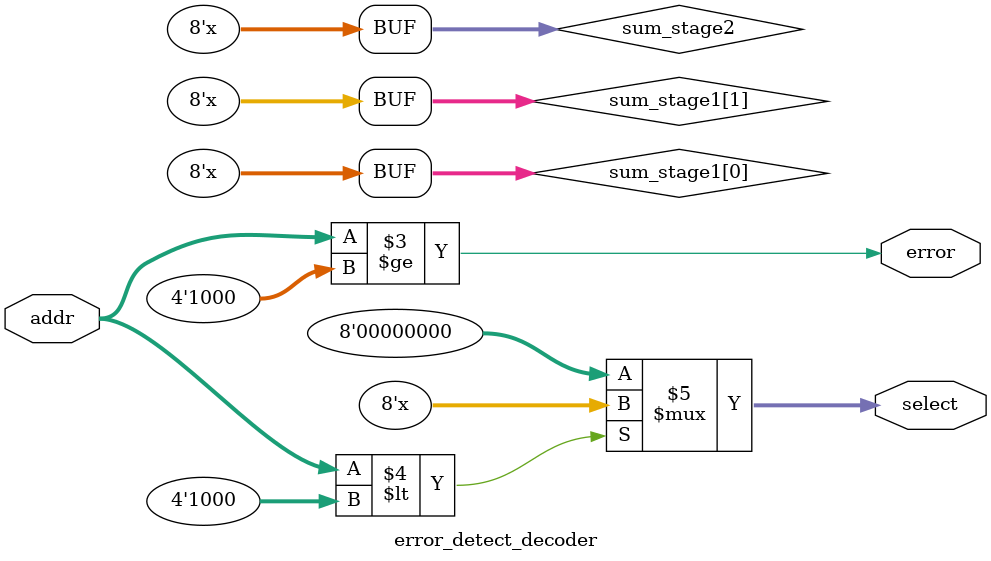
<source format=sv>
module error_detect_decoder (
    input [3:0] addr,
    output reg [7:0] select,
    output reg error
);
    // Wallace tree multiplier implementation
    wire [7:0] partial_products [0:3];
    wire [7:0] sum_stage1 [0:1];
    wire [7:0] sum_stage2;
    
    // Generate partial products
    genvar i;
    generate
        for (i = 0; i < 4; i = i + 1) begin : gen_partial_products
            assign partial_products[i] = (addr[i]) ? (8'h01 << i) : 8'h00;
        end
    endgenerate
    
    // First stage of Wallace tree
    assign sum_stage1[0] = partial_products[0] ^ partial_products[1];
    assign sum_stage1[1] = partial_products[2] ^ partial_products[3];
    
    // Final stage
    assign sum_stage2 = sum_stage1[0] ^ sum_stage1[1];
    
    always @(*) begin
        error = (addr >= 4'h8);
        select = (addr < 4'h8) ? sum_stage2 : 8'h00;
    end
endmodule
</source>
